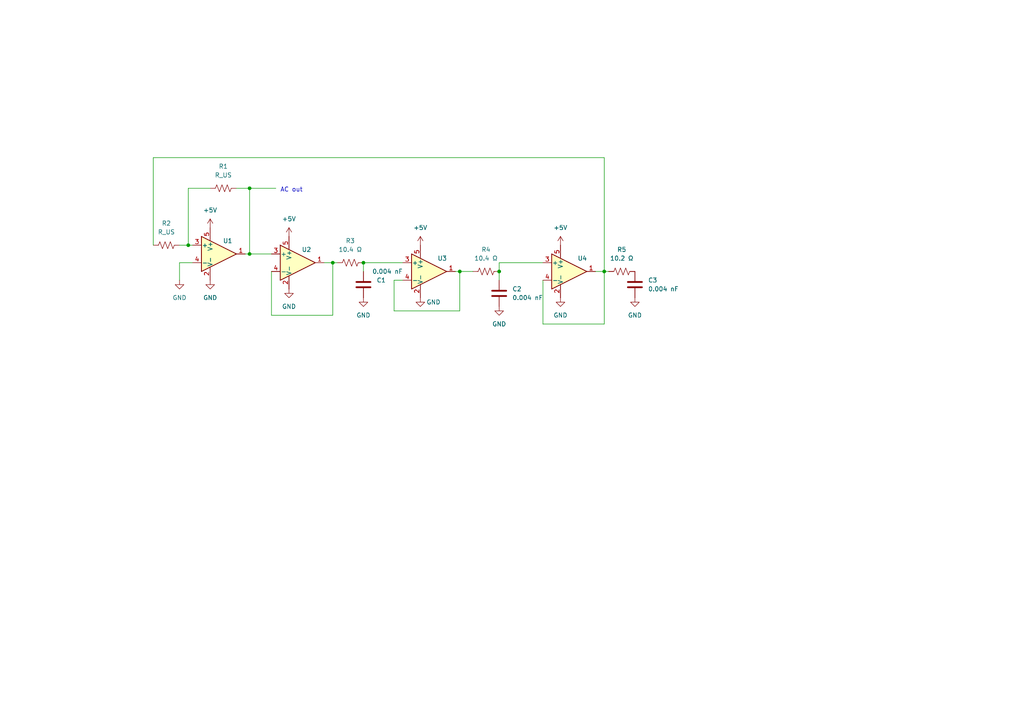
<source format=kicad_sch>
(kicad_sch (version 20230121) (generator eeschema)
  (paper "A4")
  (title_block (title "Salinity Sensor") (date "2024-03-24") (rev "2") (company "E80"))
  (lib_symbols
    (symbol "Amplifier_Operational:MCP6001-OT" (pin_names (offset 0.127))
      (property "Reference" "U" (at -1.27 6.35 0))
      (property "Value" "MCP6001-OT" (at -1.27 3.81 0))
      (symbol "MCP6001-OT_0_1"
        (polyline (pts (xy -5.08 5.08) (xy 5.08 0) (xy -5.08 -5.08) (xy -5.08 5.08)) (stroke (width 0.254)) (fill (type background)))
        (pin power_in line (at -2.54 -7.62 90) (length 3.81) (name "V-") (number "2"))
        (pin power_in line (at -2.54 7.62 270) (length 3.81) (name "V+") (number "5"))
      )
      (symbol "MCP6001-OT_1_1"
        (pin output line (at 7.62 0 180) (length 2.54) (name "~") (number "1"))
        (pin input line (at -7.62 2.54 0) (length 2.54) (name "+") (number "3"))
        (pin input line (at -7.62 -2.54 0) (length 2.54) (name "-") (number "4"))
      )
    )
    (symbol "Device:C" (pin_numbers hide) (pin_names (offset 0.254))
      (property "Reference" "C" (at 0.635 2.54 0))
      (property "Value" "C" (at 0.635 -2.54 0))
      (symbol "C_0_1"
        (polyline (pts (xy -2.032 -0.762) (xy 2.032 -0.762)) (stroke (width 0.508)))
        (polyline (pts (xy -2.032 0.762) (xy 2.032 0.762)) (stroke (width 0.508)))
      )
      (symbol "C_1_1"
        (pin passive line (at 0 3.81 270) (length 2.794) (name "~") (number "1"))
        (pin passive line (at 0 -3.81 90) (length 2.794) (name "~") (number "2"))
      )
    )
    (symbol "Device:R_US" (pin_numbers hide) (pin_names (offset 0))
      (property "Reference" "R" (at 2.54 0 90))
      (property "Value" "R_US" (at -2.54 0 90))
      (symbol "R_US_0_1"
        (polyline (pts (xy 0 -2.286) (xy 0 -2.54)))
        (polyline (pts (xy 0 2.286) (xy 0 2.54)))
        (polyline (pts (xy 0 -0.762) (xy 1.016 -1.143) (xy 0 -1.524) (xy -1.016 -1.905) (xy 0 -2.286)))
        (polyline (pts (xy 0 0.762) (xy 1.016 0.381) (xy 0 0) (xy -1.016 -0.381) (xy 0 -0.762)))
        (polyline (pts (xy 0 2.286) (xy 1.016 1.905) (xy 0 1.524) (xy -1.016 1.143) (xy 0 0.762)))
      )
      (symbol "R_US_1_1"
        (pin passive line (at 0 3.81 270) (length 1.27) (name "~") (number "1"))
        (pin passive line (at 0 -3.81 90) (length 1.27) (name "~") (number "2"))
      )
    )
    (symbol "power:+5V" (power) (pin_names (offset 0))
      (property "Value" "+5V" (at 0 3.556 0))
      (symbol "+5V_0_1"
        (polyline (pts (xy -0.762 1.27) (xy 0 2.54)))
        (polyline (pts (xy 0 0) (xy 0 2.54)))
        (polyline (pts (xy 0 2.54) (xy 0.762 1.27)))
      )
      (symbol "+5V_1_1"
        (pin power_in line (at 0 0 90) (length 0) hide (name "+5V") (number "1"))
      )
    )
    (symbol "power:GND" (power) (pin_names (offset 0))
      (property "Value" "GND" (at 0 -3.81 0))
      (symbol "GND_0_1"
        (polyline (pts (xy 0 0) (xy 0 -1.27) (xy 1.27 -1.27) (xy 0 -2.54) (xy -1.27 -1.27) (xy 0 -1.27)))
      )
      (symbol "GND_1_1"
        (pin power_in line (at 0 0 270) (length 0) hide (name "GND") (number "1"))
      )
    )
  )
  (junction (at 133.35 78.74))
  (junction (at 96.52 76.2))
  (junction (at 144.78 78.74))
  (junction (at 175.26 78.74))
  (junction (at 105.41 76.2))
  (junction (at 72.39 54.61))
  (junction (at 54.61 71.12))
  (junction (at 72.39 73.66))
  (wire (pts (xy 93.98 76.2) (xy 96.52 76.2)))
  (wire (pts (xy 157.48 76.2) (xy 144.78 76.2)))
  (wire (pts (xy 175.26 78.74) (xy 176.53 78.74)))
  (wire (pts (xy 132.08 78.74) (xy 133.35 78.74)))
  (wire (pts (xy 55.88 76.2) (xy 52.07 76.2)))
  (wire (pts (xy 105.41 76.2) (xy 116.84 76.2)))
  (wire (pts (xy 54.61 54.61) (xy 54.61 71.12)))
  (wire (pts (xy 175.26 45.72) (xy 175.26 78.74)))
  (wire (pts (xy 68.58 54.61) (xy 72.39 54.61)))
  (wire (pts (xy 72.39 73.66) (xy 78.74 73.66)))
  (wire (pts (xy 175.26 93.98) (xy 175.26 78.74)))
  (wire (pts (xy 54.61 71.12) (xy 55.88 71.12)))
  (wire (pts (xy 144.78 78.74) (xy 144.78 81.28)))
  (wire (pts (xy 96.52 76.2) (xy 97.79 76.2)))
  (wire (pts (xy 78.74 91.44) (xy 96.52 91.44)))
  (wire (pts (xy 52.07 71.12) (xy 54.61 71.12)))
  (wire (pts (xy 72.39 54.61) (xy 72.39 73.66)))
  (wire (pts (xy 72.39 54.61) (xy 80.01 54.61)))
  (wire (pts (xy 96.52 91.44) (xy 96.52 76.2)))
  (wire (pts (xy 105.41 76.2) (xy 105.41 78.74)))
  (wire (pts (xy 44.45 45.72) (xy 175.26 45.72)))
  (wire (pts (xy 157.48 93.98) (xy 175.26 93.98)))
  (wire (pts (xy 172.72 78.74) (xy 175.26 78.74)))
  (wire (pts (xy 52.07 76.2) (xy 52.07 81.28)))
  (wire (pts (xy 78.74 78.74) (xy 78.74 91.44)))
  (wire (pts (xy 157.48 81.28) (xy 157.48 93.98)))
  (wire (pts (xy 116.84 81.28) (xy 114.3 81.28)))
  (wire (pts (xy 133.35 90.17) (xy 133.35 78.74)))
  (wire (pts (xy 60.96 54.61) (xy 54.61 54.61)))
  (wire (pts (xy 133.35 78.74) (xy 137.16 78.74)))
  (wire (pts (xy 71.12 73.66) (xy 72.39 73.66)))
  (wire (pts (xy 144.78 76.2) (xy 144.78 78.74)))
  (wire (pts (xy 114.3 81.28) (xy 114.3 90.17)))
  (wire (pts (xy 44.45 71.12) (xy 44.45 45.72)))
  (wire (pts (xy 114.3 90.17) (xy 133.35 90.17)))
  (text "AC out" (at 81.28 55.88 0) (effects (font (size 1.27 1.27)) (justify left bottom)))
  (symbol (lib_id "Device:R_US") (at 101.6 76.2 90) (unit 1)
    (property "Reference" "R3" (at 101.6 69.85 90))
    (property "Value" "10.4 Ω" (at 101.6 72.39 90))
  )
  (symbol (lib_id "Device:R_US") (at 64.77 54.61 90) (unit 1)
    (property "Reference" "R1" (at 64.77 48.26 90))
    (property "Value" "R_US" (at 64.77 50.8 90))
  )
  (symbol (lib_id "Device:C") (at 184.15 82.55 0) (unit 1)
    (property "Reference" "C3" (at 187.96 81.28 0) (effects (justify left)))
    (property "Value" "0.004 nF" (at 187.96 83.82 0) (effects (justify left)))
  )
  (symbol (lib_id "power:GND") (at 105.41 86.36 0) (unit 1)
    (property "Reference" "#PWR08" (effects hide))
    (property "Value" "GND" (at 105.41 91.44 0))
  )
  (symbol (lib_id "Device:C") (at 144.78 85.09 0) (unit 1)
    (property "Reference" "C2" (at 148.59 83.82 0) (effects (justify left)))
    (property "Value" "0.004 nF" (at 148.59 86.36 0) (effects (justify left)))
  )
  (symbol (lib_id "power:GND") (at 52.07 81.28 0) (unit 1)
    (property "Reference" "#PWR01" (effects hide))
    (property "Value" "GND" (at 52.07 86.36 0))
  )
  (symbol (lib_id "Amplifier_Operational:MCP6001-OT") (at 165.1 78.74 0) (unit 1)
    (property "Reference" "U4" (at 168.91 74.93 0))
    (property "Value" "MCP6001-OT" (effects hide))
    (property "Footprint" "Package_TO_SOT_SMD:SOT-23-5" (effects hide))
    (property "Datasheet" "http://ww1.microchip.com/downloads/en/DeviceDoc/21733j.pdf" (effects hide))
  )
  (symbol (lib_id "Device:C") (at 105.41 82.55 0) (unit 1)
    (property "Reference" "C1" (at 109.22 81.28 0) (effects (justify left)))
    (property "Value" "0.004 nF" (at 107.95 78.74 0) (effects (justify left)))
  )
  (symbol (lib_id "power:+5V") (at 121.92 71.12 0) (unit 1)
    (property "Reference" "#PWR09" (effects hide))
    (property "Value" "+5V" (at 121.92 66.04 0))
  )
  (symbol (lib_id "Device:R_US") (at 180.34 78.74 90) (unit 1)
    (property "Reference" "R5" (at 180.34 72.39 90))
    (property "Value" "10.2 Ω" (at 180.34 74.93 90))
  )
  (symbol (lib_id "power:GND") (at 184.15 86.36 0) (unit 1)
    (property "Reference" "#PWR011" (effects hide))
    (property "Value" "GND" (at 184.15 91.44 0))
  )
  (symbol (lib_id "Amplifier_Operational:MCP6001-OT") (at 63.5 73.66 0) (unit 1)
    (property "Reference" "U3" (effects hide))
    (property "Value" "U1" (at 66.04 69.85 0))
    (property "Footprint" "Package_TO_SOT_SMD:SOT-23-5" (effects hide))
    (property "Datasheet" "http://ww1.microchip.com/downloads/en/DeviceDoc/21733j.pdf" (effects hide))
  )
  (symbol (lib_id "Device:R_US") (at 48.26 71.12 270) (unit 1)
    (property "Reference" "R2" (at 48.26 64.77 90))
    (property "Value" "R_US" (at 48.26 67.31 90))
  )
  (symbol (lib_id "power:+5V") (at 60.96 66.04 0) (unit 1)
    (property "Reference" "#PWR02" (effects hide))
    (property "Value" "+5V" (at 60.96 60.96 0))
  )
  (symbol (lib_id "Device:R_US") (at 140.97 78.74 90) (unit 1)
    (property "Reference" "R4" (at 140.97 72.39 90))
    (property "Value" "10.4 Ω" (at 140.97 74.93 90))
  )
  (symbol (lib_id "power:GND") (at 144.78 88.9 0) (unit 1)
    (property "Reference" "#PWR010" (effects hide))
    (property "Value" "GND" (at 144.78 93.98 0))
  )
  (symbol (lib_id "power:GND") (at 162.56 86.36 0) (unit 1)
    (property "Reference" "#PWR07" (effects hide))
    (property "Value" "GND" (at 162.56 91.44 0))
  )
  (symbol (lib_id "power:GND") (at 60.96 81.28 0) (unit 1)
    (property "Reference" "#PWR04" (effects hide))
    (property "Value" "GND" (at 60.96 86.36 0))
  )
  (symbol (lib_id "power:GND") (at 83.82 83.82 0) (unit 1)
    (property "Reference" "#PWR05" (effects hide))
    (property "Value" "GND" (at 83.82 88.9 0))
  )
  (symbol (lib_id "power:GND") (at 121.92 86.36 0) (unit 1)
    (property "Reference" "#PWR06" (effects hide))
    (property "Value" "GND" (at 125.73 87.63 0))
  )
  (symbol (lib_id "Amplifier_Operational:MCP6001-OT") (at 124.46 78.74 0) (unit 1)
    (property "Reference" "U3" (at 128.27 74.93 0))
    (property "Value" "MCP6001-OT" (effects hide))
    (property "Footprint" "Package_TO_SOT_SMD:SOT-23-5" (effects hide))
    (property "Datasheet" "http://ww1.microchip.com/downloads/en/DeviceDoc/21733j.pdf" (effects hide))
  )
  (symbol (lib_id "power:+5V") (at 162.56 71.12 0) (unit 1)
    (property "Reference" "#PWR012" (effects hide))
    (property "Value" "+5V" (at 162.56 66.04 0))
  )
  (symbol (lib_id "power:+5V") (at 83.82 68.58 0) (unit 1)
    (property "Reference" "#PWR03" (effects hide))
    (property "Value" "+5V" (at 83.82 63.5 0))
  )
  (symbol (lib_id "Amplifier_Operational:MCP6001-OT") (at 86.36 76.2 0) (unit 1)
    (property "Reference" "U2" (at 88.9 72.39 0))
    (property "Value" "MCP6001-OT" (effects hide))
    (property "Footprint" "Package_TO_SOT_SMD:SOT-23-5" (effects hide))
    (property "Datasheet" "http://ww1.microchip.com/downloads/en/DeviceDoc/21733j.pdf" (effects hide))
  )
)
</source>
